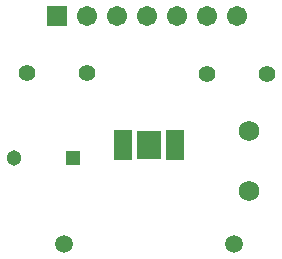
<source format=gts>
G04 Layer_Color=8388736*
%FSLAX44Y44*%
%MOMM*%
G71*
G01*
G75*
%ADD24R,2.1336X2.3622*%
%ADD25R,1.6002X0.4826*%
%ADD26C,1.5112*%
%ADD27C,1.4032*%
%ADD28C,1.7272*%
%ADD29C,1.3032*%
%ADD30R,1.3032X1.3032*%
%ADD31C,1.7032*%
%ADD32R,1.7032X1.7032*%
D24*
X1089660Y995680D02*
D03*
D25*
X1111504Y1005688D02*
D03*
Y1000684D02*
D03*
Y995680D02*
D03*
Y990676D02*
D03*
Y985672D02*
D03*
X1067816D02*
D03*
Y990676D02*
D03*
Y995680D02*
D03*
Y1000684D02*
D03*
Y1005688D02*
D03*
D26*
X1162050Y911860D02*
D03*
X1017950D02*
D03*
D27*
X1189990Y1055370D02*
D03*
X1139190D02*
D03*
X986790Y1056640D02*
D03*
X1037590D02*
D03*
D28*
X1174750Y956310D02*
D03*
Y1007110D02*
D03*
D29*
X975760Y984250D02*
D03*
D30*
X1025760D02*
D03*
D31*
X1062990Y1104900D02*
D03*
X1037590D02*
D03*
X1088390D02*
D03*
X1113790D02*
D03*
X1139190D02*
D03*
X1164590D02*
D03*
D32*
X1012190D02*
D03*
M02*

</source>
